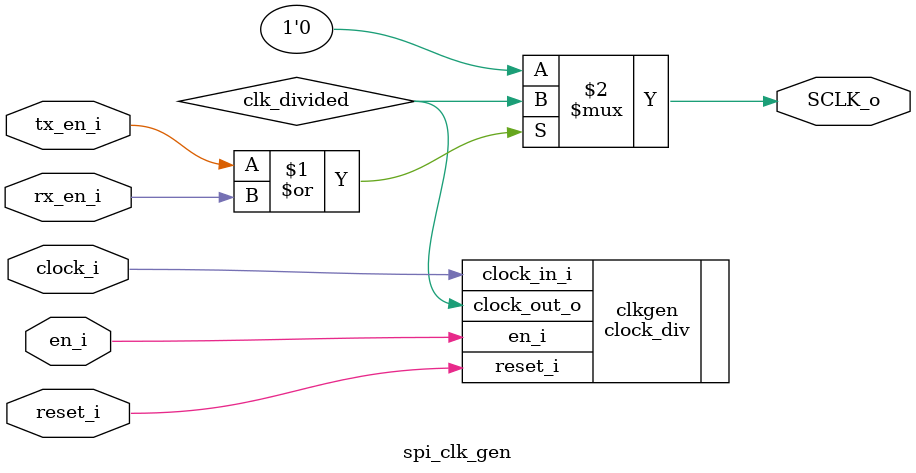
<source format=sv>
`default_nettype none

module spi_clk_gen #(
  parameter EXP_FACTOR = 6
) (
  input  wire clock_i,
  input  wire tx_en_i,
  input  wire rx_en_i,
  input  wire reset_i,
  input  wire en_i,
  output wire SCLK_o
);

  logic clk_divided;

  clock_div #(.EXP_FACTOR(EXP_FACTOR)) clkgen (
    .clock_in_i(clock_i),
    .clock_out_o(clk_divided),
    .reset_i(reset_i),
    .en_i(en_i)
  );

  assign SCLK_o = (tx_en_i | rx_en_i) ? clk_divided : 1'b0;

endmodule

</source>
